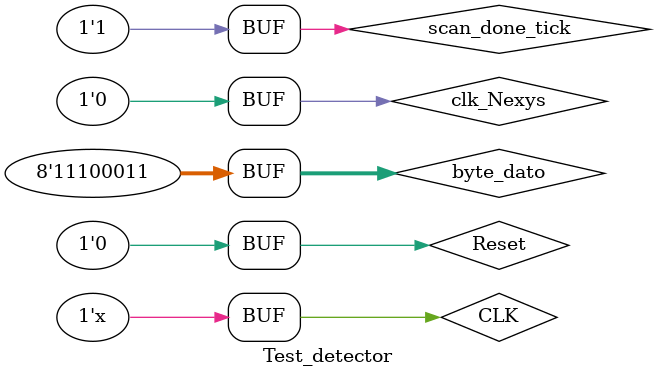
<source format=v>
`timescale 1ns / 1ps


module Test_detector;

	// Inputs
	reg clk_Nexys;
	reg Reset;
	reg [7:0] byte_dato;
	reg scan_done_tick;

	// Outputs
	wire [7:0] tecla;
	wire got_done_tick;

	// Instantiate the Unit Under Test (UUT)
	Deteccion_tecla uut (
		.clk_Nexys(clk_Nexys), 
		.Reset(Reset), 
		.byte_dato(byte_dato), 
		.scan_done_tick(scan_done_tick), 
		.tecla(tecla), 
		.got_done_tick(got_done_tick)
	);

	initial begin
		// Initialize Inputs
		clk_Nexys = 0;
		Reset = 1;
		byte_dato = 8'h00;
		scan_done_tick = 1;

		// Wait 100 ns for global reset to finish
		#30;
		Reset = 0;
		#30
		byte_dato = 8'hf0;
		#10
		byte_dato = 8'h1c;
		#10
		byte_dato = 8'hf0;
		scan_done_tick = 0;
		#30
		scan_done_tick = 1;
		#5
		byte_dato = 8'he3;
		
        
		// Add stimulus here

	end
	
	always
	begin
		#5 CLK=!CLK;
	end
	
endmodule


</source>
